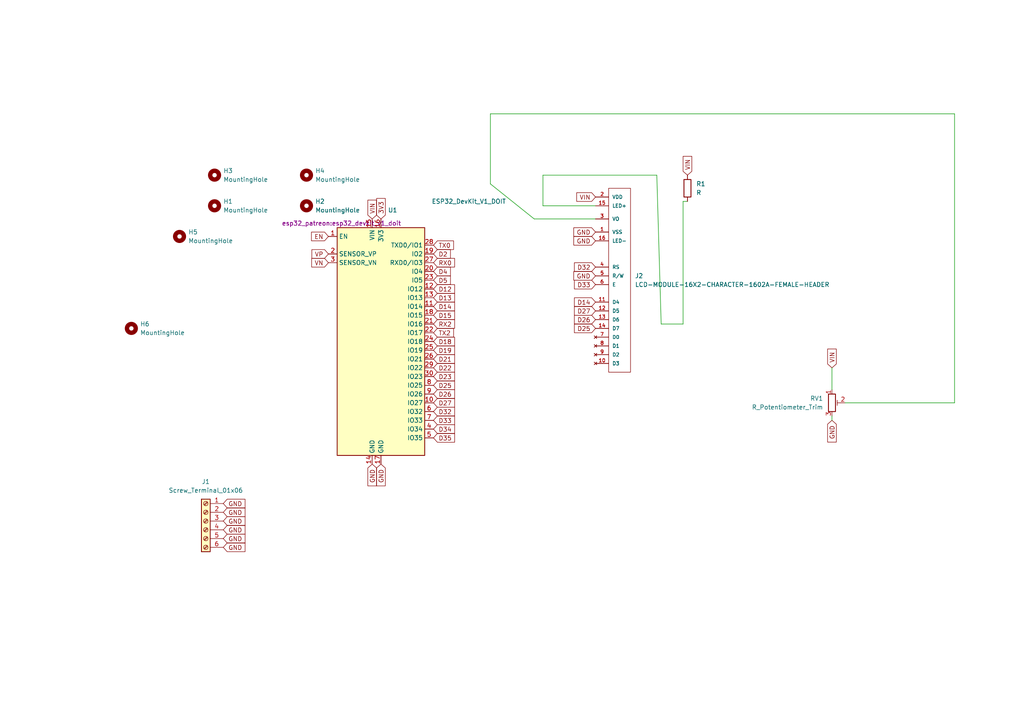
<source format=kicad_sch>
(kicad_sch (version 20211123) (generator eeschema)
  (paper "A4")
  (lib_symbols
    (symbol "Connector:Screw_Terminal_01x06" (pin_names (offset 1.016) hide)
      (property "Reference" "J" (at 0 7.62 0))
      (property "Value" "Screw_Terminal_01x06" (at 0 -10.16 0))
      (symbol "Screw_Terminal_01x06_1_1"
        (rectangle (start -1.27 6.35) (end 1.27 -8.89) (stroke (width 0.254)) (fill (type background)))
        (circle (center 0 -7.62) (radius 0.635) (stroke (width 0.1524)))
        (circle (center 0 -5.08) (radius 0.635) (stroke (width 0.1524)))
        (circle (center 0 -2.54) (radius 0.635) (stroke (width 0.1524)))
        (polyline (pts (xy -0.5334 -7.2898) (xy 0.3302 -8.128)) (stroke (width 0.1524)))
        (polyline (pts (xy -0.5334 -4.7498) (xy 0.3302 -5.588)) (stroke (width 0.1524)))
        (polyline (pts (xy -0.5334 -2.2098) (xy 0.3302 -3.048)) (stroke (width 0.1524)))
        (polyline (pts (xy -0.5334 0.3302) (xy 0.3302 -0.508)) (stroke (width 0.1524)))
        (polyline (pts (xy -0.5334 2.8702) (xy 0.3302 2.032)) (stroke (width 0.1524)))
        (polyline (pts (xy -0.5334 5.4102) (xy 0.3302 4.572)) (stroke (width 0.1524)))
        (polyline (pts (xy -0.3556 -7.112) (xy 0.508 -7.9502)) (stroke (width 0.1524)))
        (polyline (pts (xy -0.3556 -4.572) (xy 0.508 -5.4102)) (stroke (width 0.1524)))
        (polyline (pts (xy -0.3556 -2.032) (xy 0.508 -2.8702)) (stroke (width 0.1524)))
        (polyline (pts (xy -0.3556 0.508) (xy 0.508 -0.3302)) (stroke (width 0.1524)))
        (polyline (pts (xy -0.3556 3.048) (xy 0.508 2.2098)) (stroke (width 0.1524)))
        (polyline (pts (xy -0.3556 5.588) (xy 0.508 4.7498)) (stroke (width 0.1524)))
        (circle (center 0 0) (radius 0.635) (stroke (width 0.1524)))
        (circle (center 0 2.54) (radius 0.635) (stroke (width 0.1524)))
        (circle (center 0 5.08) (radius 0.635) (stroke (width 0.1524)))
        (pin passive line (at -5.08 5.08 0) (length 3.81) (name "Pin_1") (number "1"))
        (pin passive line (at -5.08 2.54 0) (length 3.81) (name "Pin_2") (number "2"))
        (pin passive line (at -5.08 0 0) (length 3.81) (name "Pin_3") (number "3"))
        (pin passive line (at -5.08 -2.54 0) (length 3.81) (name "Pin_4") (number "4"))
        (pin passive line (at -5.08 -5.08 0) (length 3.81) (name "Pin_5") (number "5"))
        (pin passive line (at -5.08 -7.62 0) (length 3.81) (name "Pin_6") (number "6"))
      )
    )
    (symbol "Device:R" (pin_numbers hide) (pin_names (offset 0))
      (property "Reference" "R" (at 2.032 0 90))
      (property "Value" "R" (at 0 0 90))
      (symbol "R_0_1"
        (rectangle (start -1.016 -2.54) (end 1.016 2.54) (stroke (width 0.254)))
      )
      (symbol "R_1_1"
        (pin passive line (at 0 3.81 270) (length 1.27) (name "~") (number "1"))
        (pin passive line (at 0 -3.81 90) (length 1.27) (name "~") (number "2"))
      )
    )
    (symbol "Device:R_Potentiometer_Trim" (pin_names (offset 1.016) hide)
      (property "Reference" "RV" (at -4.445 0 90))
      (property "Value" "R_Potentiometer_Trim" (at -2.54 0 90))
      (symbol "R_Potentiometer_Trim_0_1"
        (polyline (pts (xy 1.524 0.762) (xy 1.524 -0.762)))
        (polyline (pts (xy 2.54 0) (xy 1.524 0)))
        (rectangle (start 1.016 2.54) (end -1.016 -2.54) (stroke (width 0.254)))
      )
      (symbol "R_Potentiometer_Trim_1_1"
        (pin passive line (at 0 3.81 270) (length 1.27) (name "1") (number "1"))
        (pin passive line (at 3.81 0 180) (length 1.27) (name "2") (number "2"))
        (pin passive line (at 0 -3.81 90) (length 1.27) (name "3") (number "3"))
      )
    )
    (symbol "Mechanical:MountingHole" (pin_names (offset 1.016))
      (property "Reference" "H" (at 0 5.08 0))
      (property "Value" "MountingHole" (at 0 3.175 0))
      (symbol "MountingHole_0_1"
        (circle (center 0 0) (radius 1.27) (stroke (width 1.27)))
      )
    )
    (symbol "esp32_patreon:ESP32_DevKit_V1_DOIT"
      (property "Reference" "U" (at -11.43 34.29 0))
      (property "Value" "ESP32_DevKit_V1_DOIT" (at 11.43 34.29 0))
      (symbol "ESP32_DevKit_V1_DOIT_1_1"
        (rectangle (start -12.7 33.02) (end 12.7 -33.02) (stroke (width 0.254)) (fill (type background)))
        (pin input line (at -15.24 30.48 0) (length 2.54) (name "EN") (number "1"))
        (pin bidirectional line (at 15.24 -17.78 180) (length 2.54) (name "IO27") (number "10"))
        (pin bidirectional line (at 15.24 10.16 180) (length 2.54) (name "IO14") (number "11"))
        (pin bidirectional line (at 15.24 15.24 180) (length 2.54) (name "IO12") (number "12"))
        (pin bidirectional line (at 15.24 12.7 180) (length 2.54) (name "IO13") (number "13"))
        (pin power_in line (at -2.54 -35.56 90) (length 2.54) (name "GND") (number "14"))
        (pin power_in line (at -2.54 35.56 270) (length 2.54) (name "VIN") (number "15"))
        (pin power_in line (at 0 35.56 270) (length 2.54) (name "3V3") (number "16"))
        (pin power_in line (at 0 -35.56 90) (length 2.54) (name "GND") (number "17"))
        (pin bidirectional line (at 15.24 7.62 180) (length 2.54) (name "IO15") (number "18"))
        (pin bidirectional line (at 15.24 25.4 180) (length 2.54) (name "IO2") (number "19"))
        (pin input line (at -15.24 25.4 0) (length 2.54) (name "SENSOR_VP") (number "2"))
        (pin bidirectional line (at 15.24 20.32 180) (length 2.54) (name "IO4") (number "20"))
        (pin bidirectional line (at 15.24 5.08 180) (length 2.54) (name "IO16") (number "21"))
        (pin bidirectional line (at 15.24 2.54 180) (length 2.54) (name "IO17") (number "22"))
        (pin bidirectional line (at 15.24 17.78 180) (length 2.54) (name "IO5") (number "23"))
        (pin bidirectional line (at 15.24 0 180) (length 2.54) (name "IO18") (number "24"))
        (pin bidirectional line (at 15.24 -2.54 180) (length 2.54) (name "IO19") (number "25"))
        (pin bidirectional line (at 15.24 -5.08 180) (length 2.54) (name "IO21") (number "26"))
        (pin bidirectional line (at 15.24 22.86 180) (length 2.54) (name "RXD0/IO3") (number "27"))
        (pin bidirectional line (at 15.24 27.94 180) (length 2.54) (name "TXD0/IO1") (number "28"))
        (pin bidirectional line (at 15.24 -7.62 180) (length 2.54) (name "IO22") (number "29"))
        (pin input line (at -15.24 22.86 0) (length 2.54) (name "SENSOR_VN") (number "3"))
        (pin bidirectional line (at 15.24 -10.16 180) (length 2.54) (name "IO23") (number "30"))
        (pin input line (at 15.24 -25.4 180) (length 2.54) (name "IO34") (number "4"))
        (pin input line (at 15.24 -27.94 180) (length 2.54) (name "IO35") (number "5"))
        (pin bidirectional line (at 15.24 -20.32 180) (length 2.54) (name "IO32") (number "6"))
        (pin bidirectional line (at 15.24 -22.86 180) (length 2.54) (name "IO33") (number "7"))
        (pin bidirectional line (at 15.24 -12.7 180) (length 2.54) (name "IO25") (number "8"))
        (pin bidirectional line (at 15.24 -15.24 180) (length 2.54) (name "IO26") (number "9"))
      )
    )
    (symbol "wickerlib:LCD-MODULE-16X2-CHARACTER-1602A-FEMALE-HEADER" (pin_names (offset 1.016))
      (property "Reference" "J" (at -2.54 26.67 0))
      (property "Value" "LCD-MODULE-16X2-CHARACTER-1602A-FEMALE-HEADER" (at -2.54 -29.21 0))
      (symbol "LCD-MODULE-16X2-CHARACTER-1602A-FEMALE-HEADER_0_1"
        (rectangle (start 3.81 25.4) (end -2.54 -27.94))
      )
      (symbol "LCD-MODULE-16X2-CHARACTER-1602A-FEMALE-HEADER_1_1"
        (pin power_in line (at -6.35 12.7 0) (length 3.81) (name "VSS") (number "1"))
        (pin no_connect line (at -6.35 -25.4 0) (length 3.81) (name "D3") (number "10"))
        (pin input line (at -6.35 -7.62 0) (length 3.81) (name "D4") (number "11"))
        (pin input line (at -6.35 -10.16 0) (length 3.81) (name "D5") (number "12"))
        (pin input line (at -6.35 -12.7 0) (length 3.81) (name "D6") (number "13"))
        (pin input line (at -6.35 -15.24 0) (length 3.81) (name "D7") (number "14"))
        (pin passive line (at -6.35 20.32 0) (length 3.81) (name "LED+") (number "15"))
        (pin passive line (at -6.35 10.16 0) (length 3.81) (name "LED-") (number "16"))
        (pin power_in line (at -6.35 22.86 0) (length 3.81) (name "VDD") (number "2"))
        (pin input line (at -6.35 16.51 0) (length 3.81) (name "VO") (number "3"))
        (pin input line (at -6.35 2.54 0) (length 3.81) (name "RS") (number "4"))
        (pin input line (at -6.35 0 0) (length 3.81) (name "R/W") (number "5"))
        (pin input line (at -6.35 -2.54 0) (length 3.81) (name "E") (number "6"))
        (pin no_connect line (at -6.35 -17.78 0) (length 3.81) (name "D0") (number "7"))
        (pin no_connect line (at -6.35 -20.32 0) (length 3.81) (name "D1") (number "8"))
        (pin no_connect line (at -6.35 -22.86 0) (length 3.81) (name "D2") (number "9"))
      )
    )
  )
  (wire (pts (xy 276.86 116.84) (xy 276.86 33.02)))
  (wire (pts (xy 190.5 50.8) (xy 191.77 93.98)))
  (wire (pts (xy 241.3 113.03) (xy 241.3 106.68)))
  (wire (pts (xy 157.48 50.8) (xy 190.5 50.8)))
  (wire (pts (xy 198.12 58.42) (xy 199.39 58.42)))
  (wire (pts (xy 142.24 33.02) (xy 142.24 53.34)))
  (wire (pts (xy 241.3 120.65) (xy 241.3 121.92)))
  (wire (pts (xy 154.94 63.5) (xy 172.72 63.5)))
  (wire (pts (xy 154.94 63.5) (xy 142.24 53.34)))
  (wire (pts (xy 198.12 93.98) (xy 198.12 58.42)))
  (wire (pts (xy 276.86 33.02) (xy 142.24 33.02)))
  (wire (pts (xy 172.72 59.69) (xy 157.48 59.69)))
  (wire (pts (xy 245.11 116.84) (xy 276.86 116.84)))
  (wire (pts (xy 157.48 59.69) (xy 157.48 50.8)))
  (wire (pts (xy 191.77 93.98) (xy 198.12 93.98)))
  (global_label "GND" (shape input) (at 241.3 121.92 270) (property "Intersheet References" "${INTERSHEET_REFS}" (effects hide)))
  (global_label "VIN" (shape input) (at 199.39 50.8 90) (property "Intersheet References" "${INTERSHEET_REFS}" (effects hide)))
  (global_label "D5" (shape input) (at 125.73 81.28 0) (property "Intersheet References" "${INTERSHEET_REFS}" (effects hide)))
  (global_label "GND" (shape input) (at 107.95 134.62 270) (property "Intersheet References" "${INTERSHEET_REFS}" (effects hide)))
  (global_label "VN" (shape input) (at 95.25 76.2 180) (property "Intersheet References" "${INTERSHEET_REFS}" (effects hide)))
  (global_label "D33" (shape input) (at 172.72 82.55 180) (property "Intersheet References" "${INTERSHEET_REFS}" (effects hide)))
  (global_label "D27" (shape input) (at 125.73 116.84 0) (property "Intersheet References" "${INTERSHEET_REFS}" (effects hide)))
  (global_label "GND" (shape input) (at 64.77 156.21 0) (property "Intersheet References" "${INTERSHEET_REFS}" (effects hide)))
  (global_label "VIN" (shape input) (at 107.95 63.5 90) (property "Intersheet References" "${INTERSHEET_REFS}" (effects hide)))
  (global_label "D25" (shape input) (at 172.72 95.25 180) (property "Intersheet References" "${INTERSHEET_REFS}" (effects hide)))
  (global_label "VIN" (shape input) (at 172.72 57.15 180) (property "Intersheet References" "${INTERSHEET_REFS}" (effects hide)))
  (global_label "GND" (shape input) (at 64.77 153.67 0) (property "Intersheet References" "${INTERSHEET_REFS}" (effects hide)))
  (global_label "D2" (shape input) (at 125.73 73.66 0) (property "Intersheet References" "${INTERSHEET_REFS}" (effects hide)))
  (global_label "D14" (shape input) (at 172.72 87.63 180) (property "Intersheet References" "${INTERSHEET_REFS}" (effects hide)))
  (global_label "GND" (shape input) (at 64.77 146.05 0) (property "Intersheet References" "${INTERSHEET_REFS}" (effects hide)))
  (global_label "EN" (shape input) (at 95.25 68.58 180) (property "Intersheet References" "${INTERSHEET_REFS}" (effects hide)))
  (global_label "RX0" (shape input) (at 125.73 76.2 0) (property "Intersheet References" "${INTERSHEET_REFS}" (effects hide)))
  (global_label "GND" (shape input) (at 172.72 80.01 180) (property "Intersheet References" "${INTERSHEET_REFS}" (effects hide)))
  (global_label "D32" (shape input) (at 172.72 77.47 180) (property "Intersheet References" "${INTERSHEET_REFS}" (effects hide)))
  (global_label "TX2" (shape input) (at 125.73 96.52 0) (property "Intersheet References" "${INTERSHEET_REFS}" (effects hide)))
  (global_label "GND" (shape input) (at 64.77 151.13 0) (property "Intersheet References" "${INTERSHEET_REFS}" (effects hide)))
  (global_label "D27" (shape input) (at 172.72 90.17 180) (property "Intersheet References" "${INTERSHEET_REFS}" (effects hide)))
  (global_label "RX2" (shape input) (at 125.73 93.98 0) (property "Intersheet References" "${INTERSHEET_REFS}" (effects hide)))
  (global_label "D15" (shape input) (at 125.73 91.44 0) (property "Intersheet References" "${INTERSHEET_REFS}" (effects hide)))
  (global_label "D4" (shape input) (at 125.73 78.74 0) (property "Intersheet References" "${INTERSHEET_REFS}" (effects hide)))
  (global_label "GND" (shape input) (at 172.72 69.85 180) (property "Intersheet References" "${INTERSHEET_REFS}" (effects hide)))
  (global_label "D26" (shape input) (at 172.72 92.71 180) (property "Intersheet References" "${INTERSHEET_REFS}" (effects hide)))
  (global_label "D18" (shape input) (at 125.73 99.06 0) (property "Intersheet References" "${INTERSHEET_REFS}" (effects hide)))
  (global_label "D21" (shape input) (at 125.73 104.14 0) (property "Intersheet References" "${INTERSHEET_REFS}" (effects hide)))
  (global_label "D13" (shape input) (at 125.73 86.36 0) (property "Intersheet References" "${INTERSHEET_REFS}" (effects hide)))
  (global_label "VP" (shape input) (at 95.25 73.66 180) (property "Intersheet References" "${INTERSHEET_REFS}" (effects hide)))
  (global_label "GND" (shape input) (at 172.72 67.31 180) (property "Intersheet References" "${INTERSHEET_REFS}" (effects hide)))
  (global_label "TX0" (shape input) (at 125.73 71.12 0) (property "Intersheet References" "${INTERSHEET_REFS}" (effects hide)))
  (global_label "VIN" (shape input) (at 241.3 106.68 90) (property "Intersheet References" "${INTERSHEET_REFS}" (effects hide)))
  (global_label "D23" (shape input) (at 125.73 109.22 0) (property "Intersheet References" "${INTERSHEET_REFS}" (effects hide)))
  (global_label "GND" (shape input) (at 64.77 148.59 0) (property "Intersheet References" "${INTERSHEET_REFS}" (effects hide)))
  (global_label "D32" (shape input) (at 125.73 119.38 0) (property "Intersheet References" "${INTERSHEET_REFS}" (effects hide)))
  (global_label "D26" (shape input) (at 125.73 114.3 0) (property "Intersheet References" "${INTERSHEET_REFS}" (effects hide)))
  (global_label "D35" (shape input) (at 125.73 127 0) (property "Intersheet References" "${INTERSHEET_REFS}" (effects hide)))
  (global_label "D25" (shape input) (at 125.73 111.76 0) (property "Intersheet References" "${INTERSHEET_REFS}" (effects hide)))
  (global_label "D34" (shape input) (at 125.73 124.46 0) (property "Intersheet References" "${INTERSHEET_REFS}" (effects hide)))
  (global_label "GND" (shape input) (at 64.77 158.75 0) (property "Intersheet References" "${INTERSHEET_REFS}" (effects hide)))
  (global_label "D12" (shape input) (at 125.73 83.82 0) (property "Intersheet References" "${INTERSHEET_REFS}" (effects hide)))
  (global_label "D14" (shape input) (at 125.73 88.9 0) (property "Intersheet References" "${INTERSHEET_REFS}" (effects hide)))
  (global_label "3V3" (shape input) (at 110.49 63.5 90) (property "Intersheet References" "${INTERSHEET_REFS}" (effects hide)))
  (global_label "D22" (shape input) (at 125.73 106.68 0) (property "Intersheet References" "${INTERSHEET_REFS}" (effects hide)))
  (global_label "GND" (shape input) (at 110.49 134.62 270) (property "Intersheet References" "${INTERSHEET_REFS}" (effects hide)))
  (global_label "D19" (shape input) (at 125.73 101.6 0) (property "Intersheet References" "${INTERSHEET_REFS}" (effects hide)))
  (global_label "D33" (shape input) (at 125.73 121.92 0) (property "Intersheet References" "${INTERSHEET_REFS}" (effects hide)))
  (symbol (lib_id "Mechanical:MountingHole") (at 52.07 68.58 0) (unit 1)
    (property "Reference" "H5" (at 54.61 67.3099 0) (effects (justify left)))
    (property "Value" "MountingHole" (at 54.61 69.8499 0) (effects (justify left)))
    (property "Footprint" "MountingHole:MountingHole_2.5mm" (effects hide))
  )
  (symbol (lib_id "wickerlib:LCD-MODULE-16X2-CHARACTER-1602A-FEMALE-HEADER") (at 179.07 80.01 0) (unit 1)
    (property "Reference" "J2" (at 184.15 80.0099 0) (effects (justify left)))
    (property "Value" "LCD-MODULE-16X2-CHARACTER-1602A-FEMALE-HEADER" (at 184.15 82.5499 0) (effects (justify left)))
    (property "Footprint" "Wickerlib:LCD-1602A" (effects hide))
    (property "Datasheet" "https://www.adafruit.com/datasheets/TC1602A-01T.pdf" (effects hide))
    (property "Description" "HEADER FEMALE 0.1IN 1x16 TIN FOR LCD" (effects hide))
    (property "MF_Name" "Sullins" (effects hide))
    (property "MF_PN" "PPTC161LFBN-RC" (effects hide))
    (property "S1_Name" "Digikey" (effects hide))
    (property "S1_PN" "S7014-ND" (effects hide))
    (property "XSize_mils" "1644" (effects hide))
    (property "YSize_mils" "138" (effects hide))
    (property "Type" "th" (effects hide))
  )
  (symbol (lib_id "Connector:Screw_Terminal_01x06") (at 59.69 151.13 0) (mirror y) (unit 1)
    (property "Reference" "J1" (at 59.69 139.7 0))
    (property "Value" "Screw_Terminal_01x06" (at 59.69 142.24 0))
    (property "Footprint" "Connector_Phoenix_MSTB:PhoenixContact_MSTBV_2,5_6-GF-5,08_1x06_P5.08mm_Vertical_ThreadedFlange" (effects hide))
  )
  (symbol (lib_id "Mechanical:MountingHole") (at 62.23 50.8 0) (unit 1)
    (property "Reference" "H3" (at 64.77 49.5299 0) (effects (justify left)))
    (property "Value" "MountingHole" (at 64.77 52.0699 0) (effects (justify left)))
    (property "Footprint" "MountingHole:MountingHole_2.5mm" (effects hide))
  )
  (symbol (lib_id "Device:R") (at 199.39 54.61 0) (unit 1)
    (property "Reference" "R1" (at 201.93 53.3399 0) (effects (justify left)))
    (property "Value" "R" (at 201.93 55.8799 0) (effects (justify left)))
    (property "Footprint" "Resistor_THT:R_Axial_DIN0411_L9.9mm_D3.6mm_P25.40mm_Horizontal" (effects hide))
  )
  (symbol (lib_id "Mechanical:MountingHole") (at 38.1 95.25 0) (unit 1)
    (property "Reference" "H6" (at 40.64 93.9799 0) (effects (justify left)))
    (property "Value" "MountingHole" (at 40.64 96.5199 0) (effects (justify left)))
    (property "Footprint" "MountingHole:MountingHole_2.5mm" (effects hide))
  )
  (symbol (lib_id "Mechanical:MountingHole") (at 88.9 50.8 0) (unit 1)
    (property "Reference" "H4" (at 91.44 49.5299 0) (effects (justify left)))
    (property "Value" "MountingHole" (at 91.44 52.0699 0) (effects (justify left)))
    (property "Footprint" "MountingHole:MountingHole_2.5mm" (effects hide))
  )
  (symbol (lib_id "esp32_patreon:ESP32_DevKit_V1_DOIT") (at 110.49 99.06 0) (unit 1)
    (property "Reference" "U1" (at 112.5094 60.96 0) (effects (justify left)))
    (property "Value" "ESP32_DevKit_V1_DOIT" (at 125.2094 58.42 0) (effects (justify left)))
    (property "Footprint" "esp32_patreon:esp32_devkit_v1_doit" (at 99.06 64.77 0))
    (property "Datasheet" "https://aliexpress.com/item/32864722159.html" (effects hide))
  )
  (symbol (lib_id "Device:R_Potentiometer_Trim") (at 241.3 116.84 0) (unit 1)
    (property "Reference" "RV1" (at 238.76 115.5699 0) (effects (justify right)))
    (property "Value" "R_Potentiometer_Trim" (at 238.76 118.1099 0) (effects (justify right)))
    (property "Footprint" "Potentiometer_THT:Potentiometer_Bourns_3006P_Horizontal" (effects hide))
  )
  (symbol (lib_id "Mechanical:MountingHole") (at 62.23 59.69 0) (unit 1)
    (property "Reference" "H1" (at 64.77 58.4199 0) (effects (justify left)))
    (property "Value" "MountingHole" (at 64.77 60.9599 0) (effects (justify left)))
    (property "Footprint" "MountingHole:MountingHole_2.5mm" (effects hide))
  )
  (symbol (lib_id "Mechanical:MountingHole") (at 88.9 59.69 0) (unit 1)
    (property "Reference" "H2" (at 91.44 58.4199 0) (effects (justify left)))
    (property "Value" "MountingHole" (at 91.44 60.9599 0) (effects (justify left)))
    (property "Footprint" "MountingHole:MountingHole_2.5mm" (effects hide))
  )
)
</source>
